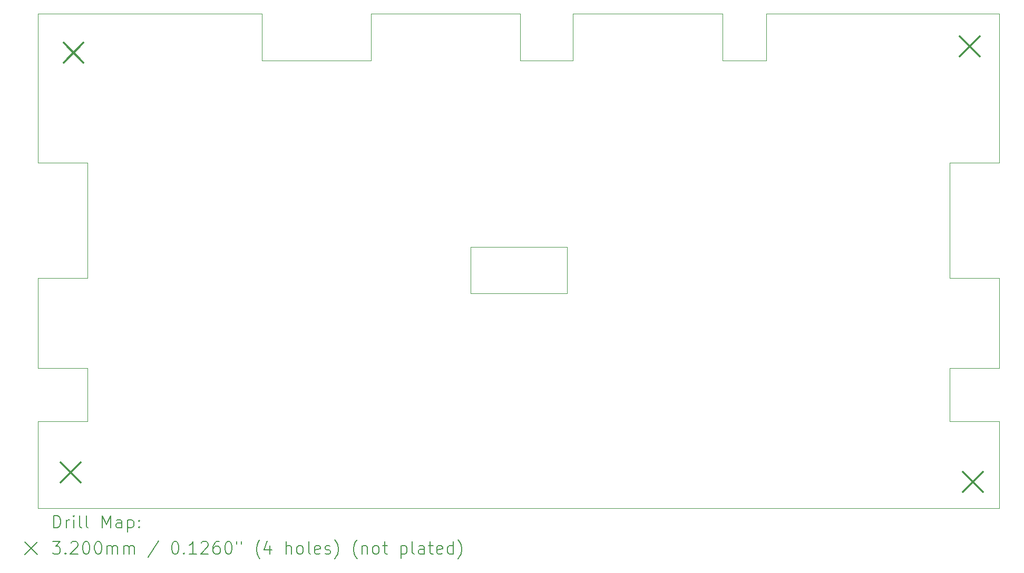
<source format=gbr>
%TF.GenerationSoftware,KiCad,Pcbnew,7.0.5*%
%TF.CreationDate,2023-07-18T15:35:39-04:00*%
%TF.ProjectId,PCBPT_Main_control_V1,50434250-545f-44d6-9169-6e5f636f6e74,rev?*%
%TF.SameCoordinates,Original*%
%TF.FileFunction,Drillmap*%
%TF.FilePolarity,Positive*%
%FSLAX45Y45*%
G04 Gerber Fmt 4.5, Leading zero omitted, Abs format (unit mm)*
G04 Created by KiCad (PCBNEW 7.0.5) date 2023-07-18 15:35:39*
%MOMM*%
%LPD*%
G01*
G04 APERTURE LIST*
%ADD10C,0.100000*%
%ADD11C,0.200000*%
%ADD12C,0.320000*%
G04 APERTURE END LIST*
D10*
X18700000Y-4600000D02*
X18000000Y-4600000D01*
X21650000Y-9550000D02*
X22450000Y-9550000D01*
X12350000Y-4600000D02*
X12350000Y-3850000D01*
X22450000Y-9550000D02*
X22450000Y-8100000D01*
X7800000Y-8100000D02*
X7800000Y-6250000D01*
X18000000Y-3850000D02*
X15600000Y-3850000D01*
X18000000Y-4600000D02*
X18000000Y-3850000D01*
X22450000Y-3850000D02*
X22450000Y-6250000D01*
X14750000Y-4600000D02*
X15600000Y-4600000D01*
X7800000Y-6250000D02*
X7000000Y-6250000D01*
X21650000Y-8100000D02*
X21650000Y-6250000D01*
X22450000Y-6250000D02*
X21650000Y-6250000D01*
X7000000Y-3850000D02*
X10600000Y-3850000D01*
X7000000Y-10400000D02*
X7800000Y-10400000D01*
X7000000Y-11800000D02*
X7000000Y-10400000D01*
X22450000Y-8100000D02*
X21650000Y-8100000D01*
X7000000Y-9550000D02*
X7000000Y-8100000D01*
X22450000Y-11800000D02*
X7000000Y-11800000D01*
X7000000Y-8100000D02*
X7800000Y-8100000D01*
X18700000Y-3850000D02*
X18700000Y-4600000D01*
X10600000Y-4600000D02*
X10600000Y-3850000D01*
X15600000Y-4600000D02*
X15600000Y-3850000D01*
X18700000Y-3850000D02*
X22450000Y-3850000D01*
X10600000Y-4600000D02*
X12350000Y-4600000D01*
X7800000Y-9550000D02*
X7000000Y-9550000D01*
X22450000Y-10400000D02*
X22450000Y-11800000D01*
X7800000Y-10400000D02*
X7800000Y-9550000D01*
X7000000Y-6250000D02*
X7000000Y-3850000D01*
X12350000Y-3850000D02*
X14750000Y-3850000D01*
X22450000Y-10400000D02*
X21650000Y-10400000D01*
X14750000Y-3850000D02*
X14750000Y-4600000D01*
X13950000Y-7600000D02*
X15500000Y-7600000D01*
X15500000Y-8350000D01*
X13950000Y-8350000D01*
X13950000Y-7600000D01*
X21650000Y-10400000D02*
X21650000Y-9550000D01*
D11*
D12*
X7365000Y-11065000D02*
X7685000Y-11385000D01*
X7685000Y-11065000D02*
X7365000Y-11385000D01*
X7415000Y-4315000D02*
X7735000Y-4635000D01*
X7735000Y-4315000D02*
X7415000Y-4635000D01*
X21815000Y-4215000D02*
X22135000Y-4535000D01*
X22135000Y-4215000D02*
X21815000Y-4535000D01*
X21865000Y-11215000D02*
X22185000Y-11535000D01*
X22185000Y-11215000D02*
X21865000Y-11535000D01*
D11*
X7255777Y-12116484D02*
X7255777Y-11916484D01*
X7255777Y-11916484D02*
X7303396Y-11916484D01*
X7303396Y-11916484D02*
X7331967Y-11926008D01*
X7331967Y-11926008D02*
X7351015Y-11945055D01*
X7351015Y-11945055D02*
X7360539Y-11964103D01*
X7360539Y-11964103D02*
X7370062Y-12002198D01*
X7370062Y-12002198D02*
X7370062Y-12030769D01*
X7370062Y-12030769D02*
X7360539Y-12068865D01*
X7360539Y-12068865D02*
X7351015Y-12087912D01*
X7351015Y-12087912D02*
X7331967Y-12106960D01*
X7331967Y-12106960D02*
X7303396Y-12116484D01*
X7303396Y-12116484D02*
X7255777Y-12116484D01*
X7455777Y-12116484D02*
X7455777Y-11983150D01*
X7455777Y-12021246D02*
X7465301Y-12002198D01*
X7465301Y-12002198D02*
X7474824Y-11992674D01*
X7474824Y-11992674D02*
X7493872Y-11983150D01*
X7493872Y-11983150D02*
X7512920Y-11983150D01*
X7579586Y-12116484D02*
X7579586Y-11983150D01*
X7579586Y-11916484D02*
X7570062Y-11926008D01*
X7570062Y-11926008D02*
X7579586Y-11935531D01*
X7579586Y-11935531D02*
X7589110Y-11926008D01*
X7589110Y-11926008D02*
X7579586Y-11916484D01*
X7579586Y-11916484D02*
X7579586Y-11935531D01*
X7703396Y-12116484D02*
X7684348Y-12106960D01*
X7684348Y-12106960D02*
X7674824Y-12087912D01*
X7674824Y-12087912D02*
X7674824Y-11916484D01*
X7808158Y-12116484D02*
X7789110Y-12106960D01*
X7789110Y-12106960D02*
X7779586Y-12087912D01*
X7779586Y-12087912D02*
X7779586Y-11916484D01*
X8036729Y-12116484D02*
X8036729Y-11916484D01*
X8036729Y-11916484D02*
X8103396Y-12059341D01*
X8103396Y-12059341D02*
X8170062Y-11916484D01*
X8170062Y-11916484D02*
X8170062Y-12116484D01*
X8351015Y-12116484D02*
X8351015Y-12011722D01*
X8351015Y-12011722D02*
X8341491Y-11992674D01*
X8341491Y-11992674D02*
X8322443Y-11983150D01*
X8322443Y-11983150D02*
X8284348Y-11983150D01*
X8284348Y-11983150D02*
X8265301Y-11992674D01*
X8351015Y-12106960D02*
X8331967Y-12116484D01*
X8331967Y-12116484D02*
X8284348Y-12116484D01*
X8284348Y-12116484D02*
X8265301Y-12106960D01*
X8265301Y-12106960D02*
X8255777Y-12087912D01*
X8255777Y-12087912D02*
X8255777Y-12068865D01*
X8255777Y-12068865D02*
X8265301Y-12049817D01*
X8265301Y-12049817D02*
X8284348Y-12040293D01*
X8284348Y-12040293D02*
X8331967Y-12040293D01*
X8331967Y-12040293D02*
X8351015Y-12030769D01*
X8446253Y-11983150D02*
X8446253Y-12183150D01*
X8446253Y-11992674D02*
X8465301Y-11983150D01*
X8465301Y-11983150D02*
X8503396Y-11983150D01*
X8503396Y-11983150D02*
X8522444Y-11992674D01*
X8522444Y-11992674D02*
X8531967Y-12002198D01*
X8531967Y-12002198D02*
X8541491Y-12021246D01*
X8541491Y-12021246D02*
X8541491Y-12078388D01*
X8541491Y-12078388D02*
X8531967Y-12097436D01*
X8531967Y-12097436D02*
X8522444Y-12106960D01*
X8522444Y-12106960D02*
X8503396Y-12116484D01*
X8503396Y-12116484D02*
X8465301Y-12116484D01*
X8465301Y-12116484D02*
X8446253Y-12106960D01*
X8627205Y-12097436D02*
X8636729Y-12106960D01*
X8636729Y-12106960D02*
X8627205Y-12116484D01*
X8627205Y-12116484D02*
X8617682Y-12106960D01*
X8617682Y-12106960D02*
X8627205Y-12097436D01*
X8627205Y-12097436D02*
X8627205Y-12116484D01*
X8627205Y-11992674D02*
X8636729Y-12002198D01*
X8636729Y-12002198D02*
X8627205Y-12011722D01*
X8627205Y-12011722D02*
X8617682Y-12002198D01*
X8617682Y-12002198D02*
X8627205Y-11992674D01*
X8627205Y-11992674D02*
X8627205Y-12011722D01*
X6795000Y-12345000D02*
X6995000Y-12545000D01*
X6995000Y-12345000D02*
X6795000Y-12545000D01*
X7236729Y-12336484D02*
X7360539Y-12336484D01*
X7360539Y-12336484D02*
X7293872Y-12412674D01*
X7293872Y-12412674D02*
X7322443Y-12412674D01*
X7322443Y-12412674D02*
X7341491Y-12422198D01*
X7341491Y-12422198D02*
X7351015Y-12431722D01*
X7351015Y-12431722D02*
X7360539Y-12450769D01*
X7360539Y-12450769D02*
X7360539Y-12498388D01*
X7360539Y-12498388D02*
X7351015Y-12517436D01*
X7351015Y-12517436D02*
X7341491Y-12526960D01*
X7341491Y-12526960D02*
X7322443Y-12536484D01*
X7322443Y-12536484D02*
X7265301Y-12536484D01*
X7265301Y-12536484D02*
X7246253Y-12526960D01*
X7246253Y-12526960D02*
X7236729Y-12517436D01*
X7446253Y-12517436D02*
X7455777Y-12526960D01*
X7455777Y-12526960D02*
X7446253Y-12536484D01*
X7446253Y-12536484D02*
X7436729Y-12526960D01*
X7436729Y-12526960D02*
X7446253Y-12517436D01*
X7446253Y-12517436D02*
X7446253Y-12536484D01*
X7531967Y-12355531D02*
X7541491Y-12346008D01*
X7541491Y-12346008D02*
X7560539Y-12336484D01*
X7560539Y-12336484D02*
X7608158Y-12336484D01*
X7608158Y-12336484D02*
X7627205Y-12346008D01*
X7627205Y-12346008D02*
X7636729Y-12355531D01*
X7636729Y-12355531D02*
X7646253Y-12374579D01*
X7646253Y-12374579D02*
X7646253Y-12393627D01*
X7646253Y-12393627D02*
X7636729Y-12422198D01*
X7636729Y-12422198D02*
X7522443Y-12536484D01*
X7522443Y-12536484D02*
X7646253Y-12536484D01*
X7770062Y-12336484D02*
X7789110Y-12336484D01*
X7789110Y-12336484D02*
X7808158Y-12346008D01*
X7808158Y-12346008D02*
X7817682Y-12355531D01*
X7817682Y-12355531D02*
X7827205Y-12374579D01*
X7827205Y-12374579D02*
X7836729Y-12412674D01*
X7836729Y-12412674D02*
X7836729Y-12460293D01*
X7836729Y-12460293D02*
X7827205Y-12498388D01*
X7827205Y-12498388D02*
X7817682Y-12517436D01*
X7817682Y-12517436D02*
X7808158Y-12526960D01*
X7808158Y-12526960D02*
X7789110Y-12536484D01*
X7789110Y-12536484D02*
X7770062Y-12536484D01*
X7770062Y-12536484D02*
X7751015Y-12526960D01*
X7751015Y-12526960D02*
X7741491Y-12517436D01*
X7741491Y-12517436D02*
X7731967Y-12498388D01*
X7731967Y-12498388D02*
X7722443Y-12460293D01*
X7722443Y-12460293D02*
X7722443Y-12412674D01*
X7722443Y-12412674D02*
X7731967Y-12374579D01*
X7731967Y-12374579D02*
X7741491Y-12355531D01*
X7741491Y-12355531D02*
X7751015Y-12346008D01*
X7751015Y-12346008D02*
X7770062Y-12336484D01*
X7960539Y-12336484D02*
X7979586Y-12336484D01*
X7979586Y-12336484D02*
X7998634Y-12346008D01*
X7998634Y-12346008D02*
X8008158Y-12355531D01*
X8008158Y-12355531D02*
X8017682Y-12374579D01*
X8017682Y-12374579D02*
X8027205Y-12412674D01*
X8027205Y-12412674D02*
X8027205Y-12460293D01*
X8027205Y-12460293D02*
X8017682Y-12498388D01*
X8017682Y-12498388D02*
X8008158Y-12517436D01*
X8008158Y-12517436D02*
X7998634Y-12526960D01*
X7998634Y-12526960D02*
X7979586Y-12536484D01*
X7979586Y-12536484D02*
X7960539Y-12536484D01*
X7960539Y-12536484D02*
X7941491Y-12526960D01*
X7941491Y-12526960D02*
X7931967Y-12517436D01*
X7931967Y-12517436D02*
X7922443Y-12498388D01*
X7922443Y-12498388D02*
X7912920Y-12460293D01*
X7912920Y-12460293D02*
X7912920Y-12412674D01*
X7912920Y-12412674D02*
X7922443Y-12374579D01*
X7922443Y-12374579D02*
X7931967Y-12355531D01*
X7931967Y-12355531D02*
X7941491Y-12346008D01*
X7941491Y-12346008D02*
X7960539Y-12336484D01*
X8112920Y-12536484D02*
X8112920Y-12403150D01*
X8112920Y-12422198D02*
X8122443Y-12412674D01*
X8122443Y-12412674D02*
X8141491Y-12403150D01*
X8141491Y-12403150D02*
X8170063Y-12403150D01*
X8170063Y-12403150D02*
X8189110Y-12412674D01*
X8189110Y-12412674D02*
X8198634Y-12431722D01*
X8198634Y-12431722D02*
X8198634Y-12536484D01*
X8198634Y-12431722D02*
X8208158Y-12412674D01*
X8208158Y-12412674D02*
X8227205Y-12403150D01*
X8227205Y-12403150D02*
X8255777Y-12403150D01*
X8255777Y-12403150D02*
X8274824Y-12412674D01*
X8274824Y-12412674D02*
X8284348Y-12431722D01*
X8284348Y-12431722D02*
X8284348Y-12536484D01*
X8379586Y-12536484D02*
X8379586Y-12403150D01*
X8379586Y-12422198D02*
X8389110Y-12412674D01*
X8389110Y-12412674D02*
X8408158Y-12403150D01*
X8408158Y-12403150D02*
X8436729Y-12403150D01*
X8436729Y-12403150D02*
X8455777Y-12412674D01*
X8455777Y-12412674D02*
X8465301Y-12431722D01*
X8465301Y-12431722D02*
X8465301Y-12536484D01*
X8465301Y-12431722D02*
X8474825Y-12412674D01*
X8474825Y-12412674D02*
X8493872Y-12403150D01*
X8493872Y-12403150D02*
X8522444Y-12403150D01*
X8522444Y-12403150D02*
X8541491Y-12412674D01*
X8541491Y-12412674D02*
X8551015Y-12431722D01*
X8551015Y-12431722D02*
X8551015Y-12536484D01*
X8941491Y-12326960D02*
X8770063Y-12584103D01*
X9198634Y-12336484D02*
X9217682Y-12336484D01*
X9217682Y-12336484D02*
X9236729Y-12346008D01*
X9236729Y-12346008D02*
X9246253Y-12355531D01*
X9246253Y-12355531D02*
X9255777Y-12374579D01*
X9255777Y-12374579D02*
X9265301Y-12412674D01*
X9265301Y-12412674D02*
X9265301Y-12460293D01*
X9265301Y-12460293D02*
X9255777Y-12498388D01*
X9255777Y-12498388D02*
X9246253Y-12517436D01*
X9246253Y-12517436D02*
X9236729Y-12526960D01*
X9236729Y-12526960D02*
X9217682Y-12536484D01*
X9217682Y-12536484D02*
X9198634Y-12536484D01*
X9198634Y-12536484D02*
X9179587Y-12526960D01*
X9179587Y-12526960D02*
X9170063Y-12517436D01*
X9170063Y-12517436D02*
X9160539Y-12498388D01*
X9160539Y-12498388D02*
X9151015Y-12460293D01*
X9151015Y-12460293D02*
X9151015Y-12412674D01*
X9151015Y-12412674D02*
X9160539Y-12374579D01*
X9160539Y-12374579D02*
X9170063Y-12355531D01*
X9170063Y-12355531D02*
X9179587Y-12346008D01*
X9179587Y-12346008D02*
X9198634Y-12336484D01*
X9351015Y-12517436D02*
X9360539Y-12526960D01*
X9360539Y-12526960D02*
X9351015Y-12536484D01*
X9351015Y-12536484D02*
X9341491Y-12526960D01*
X9341491Y-12526960D02*
X9351015Y-12517436D01*
X9351015Y-12517436D02*
X9351015Y-12536484D01*
X9551015Y-12536484D02*
X9436729Y-12536484D01*
X9493872Y-12536484D02*
X9493872Y-12336484D01*
X9493872Y-12336484D02*
X9474825Y-12365055D01*
X9474825Y-12365055D02*
X9455777Y-12384103D01*
X9455777Y-12384103D02*
X9436729Y-12393627D01*
X9627206Y-12355531D02*
X9636729Y-12346008D01*
X9636729Y-12346008D02*
X9655777Y-12336484D01*
X9655777Y-12336484D02*
X9703396Y-12336484D01*
X9703396Y-12336484D02*
X9722444Y-12346008D01*
X9722444Y-12346008D02*
X9731968Y-12355531D01*
X9731968Y-12355531D02*
X9741491Y-12374579D01*
X9741491Y-12374579D02*
X9741491Y-12393627D01*
X9741491Y-12393627D02*
X9731968Y-12422198D01*
X9731968Y-12422198D02*
X9617682Y-12536484D01*
X9617682Y-12536484D02*
X9741491Y-12536484D01*
X9912920Y-12336484D02*
X9874825Y-12336484D01*
X9874825Y-12336484D02*
X9855777Y-12346008D01*
X9855777Y-12346008D02*
X9846253Y-12355531D01*
X9846253Y-12355531D02*
X9827206Y-12384103D01*
X9827206Y-12384103D02*
X9817682Y-12422198D01*
X9817682Y-12422198D02*
X9817682Y-12498388D01*
X9817682Y-12498388D02*
X9827206Y-12517436D01*
X9827206Y-12517436D02*
X9836729Y-12526960D01*
X9836729Y-12526960D02*
X9855777Y-12536484D01*
X9855777Y-12536484D02*
X9893872Y-12536484D01*
X9893872Y-12536484D02*
X9912920Y-12526960D01*
X9912920Y-12526960D02*
X9922444Y-12517436D01*
X9922444Y-12517436D02*
X9931968Y-12498388D01*
X9931968Y-12498388D02*
X9931968Y-12450769D01*
X9931968Y-12450769D02*
X9922444Y-12431722D01*
X9922444Y-12431722D02*
X9912920Y-12422198D01*
X9912920Y-12422198D02*
X9893872Y-12412674D01*
X9893872Y-12412674D02*
X9855777Y-12412674D01*
X9855777Y-12412674D02*
X9836729Y-12422198D01*
X9836729Y-12422198D02*
X9827206Y-12431722D01*
X9827206Y-12431722D02*
X9817682Y-12450769D01*
X10055777Y-12336484D02*
X10074825Y-12336484D01*
X10074825Y-12336484D02*
X10093872Y-12346008D01*
X10093872Y-12346008D02*
X10103396Y-12355531D01*
X10103396Y-12355531D02*
X10112920Y-12374579D01*
X10112920Y-12374579D02*
X10122444Y-12412674D01*
X10122444Y-12412674D02*
X10122444Y-12460293D01*
X10122444Y-12460293D02*
X10112920Y-12498388D01*
X10112920Y-12498388D02*
X10103396Y-12517436D01*
X10103396Y-12517436D02*
X10093872Y-12526960D01*
X10093872Y-12526960D02*
X10074825Y-12536484D01*
X10074825Y-12536484D02*
X10055777Y-12536484D01*
X10055777Y-12536484D02*
X10036729Y-12526960D01*
X10036729Y-12526960D02*
X10027206Y-12517436D01*
X10027206Y-12517436D02*
X10017682Y-12498388D01*
X10017682Y-12498388D02*
X10008158Y-12460293D01*
X10008158Y-12460293D02*
X10008158Y-12412674D01*
X10008158Y-12412674D02*
X10017682Y-12374579D01*
X10017682Y-12374579D02*
X10027206Y-12355531D01*
X10027206Y-12355531D02*
X10036729Y-12346008D01*
X10036729Y-12346008D02*
X10055777Y-12336484D01*
X10198634Y-12336484D02*
X10198634Y-12374579D01*
X10274825Y-12336484D02*
X10274825Y-12374579D01*
X10570063Y-12612674D02*
X10560539Y-12603150D01*
X10560539Y-12603150D02*
X10541491Y-12574579D01*
X10541491Y-12574579D02*
X10531968Y-12555531D01*
X10531968Y-12555531D02*
X10522444Y-12526960D01*
X10522444Y-12526960D02*
X10512920Y-12479341D01*
X10512920Y-12479341D02*
X10512920Y-12441246D01*
X10512920Y-12441246D02*
X10522444Y-12393627D01*
X10522444Y-12393627D02*
X10531968Y-12365055D01*
X10531968Y-12365055D02*
X10541491Y-12346008D01*
X10541491Y-12346008D02*
X10560539Y-12317436D01*
X10560539Y-12317436D02*
X10570063Y-12307912D01*
X10731968Y-12403150D02*
X10731968Y-12536484D01*
X10684349Y-12326960D02*
X10636730Y-12469817D01*
X10636730Y-12469817D02*
X10760539Y-12469817D01*
X10989111Y-12536484D02*
X10989111Y-12336484D01*
X11074825Y-12536484D02*
X11074825Y-12431722D01*
X11074825Y-12431722D02*
X11065301Y-12412674D01*
X11065301Y-12412674D02*
X11046253Y-12403150D01*
X11046253Y-12403150D02*
X11017682Y-12403150D01*
X11017682Y-12403150D02*
X10998634Y-12412674D01*
X10998634Y-12412674D02*
X10989111Y-12422198D01*
X11198634Y-12536484D02*
X11179587Y-12526960D01*
X11179587Y-12526960D02*
X11170063Y-12517436D01*
X11170063Y-12517436D02*
X11160539Y-12498388D01*
X11160539Y-12498388D02*
X11160539Y-12441246D01*
X11160539Y-12441246D02*
X11170063Y-12422198D01*
X11170063Y-12422198D02*
X11179587Y-12412674D01*
X11179587Y-12412674D02*
X11198634Y-12403150D01*
X11198634Y-12403150D02*
X11227206Y-12403150D01*
X11227206Y-12403150D02*
X11246253Y-12412674D01*
X11246253Y-12412674D02*
X11255777Y-12422198D01*
X11255777Y-12422198D02*
X11265301Y-12441246D01*
X11265301Y-12441246D02*
X11265301Y-12498388D01*
X11265301Y-12498388D02*
X11255777Y-12517436D01*
X11255777Y-12517436D02*
X11246253Y-12526960D01*
X11246253Y-12526960D02*
X11227206Y-12536484D01*
X11227206Y-12536484D02*
X11198634Y-12536484D01*
X11379587Y-12536484D02*
X11360539Y-12526960D01*
X11360539Y-12526960D02*
X11351015Y-12507912D01*
X11351015Y-12507912D02*
X11351015Y-12336484D01*
X11531968Y-12526960D02*
X11512920Y-12536484D01*
X11512920Y-12536484D02*
X11474825Y-12536484D01*
X11474825Y-12536484D02*
X11455777Y-12526960D01*
X11455777Y-12526960D02*
X11446253Y-12507912D01*
X11446253Y-12507912D02*
X11446253Y-12431722D01*
X11446253Y-12431722D02*
X11455777Y-12412674D01*
X11455777Y-12412674D02*
X11474825Y-12403150D01*
X11474825Y-12403150D02*
X11512920Y-12403150D01*
X11512920Y-12403150D02*
X11531968Y-12412674D01*
X11531968Y-12412674D02*
X11541491Y-12431722D01*
X11541491Y-12431722D02*
X11541491Y-12450769D01*
X11541491Y-12450769D02*
X11446253Y-12469817D01*
X11617682Y-12526960D02*
X11636730Y-12536484D01*
X11636730Y-12536484D02*
X11674825Y-12536484D01*
X11674825Y-12536484D02*
X11693872Y-12526960D01*
X11693872Y-12526960D02*
X11703396Y-12507912D01*
X11703396Y-12507912D02*
X11703396Y-12498388D01*
X11703396Y-12498388D02*
X11693872Y-12479341D01*
X11693872Y-12479341D02*
X11674825Y-12469817D01*
X11674825Y-12469817D02*
X11646253Y-12469817D01*
X11646253Y-12469817D02*
X11627206Y-12460293D01*
X11627206Y-12460293D02*
X11617682Y-12441246D01*
X11617682Y-12441246D02*
X11617682Y-12431722D01*
X11617682Y-12431722D02*
X11627206Y-12412674D01*
X11627206Y-12412674D02*
X11646253Y-12403150D01*
X11646253Y-12403150D02*
X11674825Y-12403150D01*
X11674825Y-12403150D02*
X11693872Y-12412674D01*
X11770063Y-12612674D02*
X11779587Y-12603150D01*
X11779587Y-12603150D02*
X11798634Y-12574579D01*
X11798634Y-12574579D02*
X11808158Y-12555531D01*
X11808158Y-12555531D02*
X11817682Y-12526960D01*
X11817682Y-12526960D02*
X11827206Y-12479341D01*
X11827206Y-12479341D02*
X11827206Y-12441246D01*
X11827206Y-12441246D02*
X11817682Y-12393627D01*
X11817682Y-12393627D02*
X11808158Y-12365055D01*
X11808158Y-12365055D02*
X11798634Y-12346008D01*
X11798634Y-12346008D02*
X11779587Y-12317436D01*
X11779587Y-12317436D02*
X11770063Y-12307912D01*
X12131968Y-12612674D02*
X12122444Y-12603150D01*
X12122444Y-12603150D02*
X12103396Y-12574579D01*
X12103396Y-12574579D02*
X12093872Y-12555531D01*
X12093872Y-12555531D02*
X12084349Y-12526960D01*
X12084349Y-12526960D02*
X12074825Y-12479341D01*
X12074825Y-12479341D02*
X12074825Y-12441246D01*
X12074825Y-12441246D02*
X12084349Y-12393627D01*
X12084349Y-12393627D02*
X12093872Y-12365055D01*
X12093872Y-12365055D02*
X12103396Y-12346008D01*
X12103396Y-12346008D02*
X12122444Y-12317436D01*
X12122444Y-12317436D02*
X12131968Y-12307912D01*
X12208158Y-12403150D02*
X12208158Y-12536484D01*
X12208158Y-12422198D02*
X12217682Y-12412674D01*
X12217682Y-12412674D02*
X12236730Y-12403150D01*
X12236730Y-12403150D02*
X12265301Y-12403150D01*
X12265301Y-12403150D02*
X12284349Y-12412674D01*
X12284349Y-12412674D02*
X12293872Y-12431722D01*
X12293872Y-12431722D02*
X12293872Y-12536484D01*
X12417682Y-12536484D02*
X12398634Y-12526960D01*
X12398634Y-12526960D02*
X12389111Y-12517436D01*
X12389111Y-12517436D02*
X12379587Y-12498388D01*
X12379587Y-12498388D02*
X12379587Y-12441246D01*
X12379587Y-12441246D02*
X12389111Y-12422198D01*
X12389111Y-12422198D02*
X12398634Y-12412674D01*
X12398634Y-12412674D02*
X12417682Y-12403150D01*
X12417682Y-12403150D02*
X12446253Y-12403150D01*
X12446253Y-12403150D02*
X12465301Y-12412674D01*
X12465301Y-12412674D02*
X12474825Y-12422198D01*
X12474825Y-12422198D02*
X12484349Y-12441246D01*
X12484349Y-12441246D02*
X12484349Y-12498388D01*
X12484349Y-12498388D02*
X12474825Y-12517436D01*
X12474825Y-12517436D02*
X12465301Y-12526960D01*
X12465301Y-12526960D02*
X12446253Y-12536484D01*
X12446253Y-12536484D02*
X12417682Y-12536484D01*
X12541492Y-12403150D02*
X12617682Y-12403150D01*
X12570063Y-12336484D02*
X12570063Y-12507912D01*
X12570063Y-12507912D02*
X12579587Y-12526960D01*
X12579587Y-12526960D02*
X12598634Y-12536484D01*
X12598634Y-12536484D02*
X12617682Y-12536484D01*
X12836730Y-12403150D02*
X12836730Y-12603150D01*
X12836730Y-12412674D02*
X12855777Y-12403150D01*
X12855777Y-12403150D02*
X12893873Y-12403150D01*
X12893873Y-12403150D02*
X12912920Y-12412674D01*
X12912920Y-12412674D02*
X12922444Y-12422198D01*
X12922444Y-12422198D02*
X12931968Y-12441246D01*
X12931968Y-12441246D02*
X12931968Y-12498388D01*
X12931968Y-12498388D02*
X12922444Y-12517436D01*
X12922444Y-12517436D02*
X12912920Y-12526960D01*
X12912920Y-12526960D02*
X12893873Y-12536484D01*
X12893873Y-12536484D02*
X12855777Y-12536484D01*
X12855777Y-12536484D02*
X12836730Y-12526960D01*
X13046253Y-12536484D02*
X13027206Y-12526960D01*
X13027206Y-12526960D02*
X13017682Y-12507912D01*
X13017682Y-12507912D02*
X13017682Y-12336484D01*
X13208158Y-12536484D02*
X13208158Y-12431722D01*
X13208158Y-12431722D02*
X13198634Y-12412674D01*
X13198634Y-12412674D02*
X13179587Y-12403150D01*
X13179587Y-12403150D02*
X13141492Y-12403150D01*
X13141492Y-12403150D02*
X13122444Y-12412674D01*
X13208158Y-12526960D02*
X13189111Y-12536484D01*
X13189111Y-12536484D02*
X13141492Y-12536484D01*
X13141492Y-12536484D02*
X13122444Y-12526960D01*
X13122444Y-12526960D02*
X13112920Y-12507912D01*
X13112920Y-12507912D02*
X13112920Y-12488865D01*
X13112920Y-12488865D02*
X13122444Y-12469817D01*
X13122444Y-12469817D02*
X13141492Y-12460293D01*
X13141492Y-12460293D02*
X13189111Y-12460293D01*
X13189111Y-12460293D02*
X13208158Y-12450769D01*
X13274825Y-12403150D02*
X13351015Y-12403150D01*
X13303396Y-12336484D02*
X13303396Y-12507912D01*
X13303396Y-12507912D02*
X13312920Y-12526960D01*
X13312920Y-12526960D02*
X13331968Y-12536484D01*
X13331968Y-12536484D02*
X13351015Y-12536484D01*
X13493873Y-12526960D02*
X13474825Y-12536484D01*
X13474825Y-12536484D02*
X13436730Y-12536484D01*
X13436730Y-12536484D02*
X13417682Y-12526960D01*
X13417682Y-12526960D02*
X13408158Y-12507912D01*
X13408158Y-12507912D02*
X13408158Y-12431722D01*
X13408158Y-12431722D02*
X13417682Y-12412674D01*
X13417682Y-12412674D02*
X13436730Y-12403150D01*
X13436730Y-12403150D02*
X13474825Y-12403150D01*
X13474825Y-12403150D02*
X13493873Y-12412674D01*
X13493873Y-12412674D02*
X13503396Y-12431722D01*
X13503396Y-12431722D02*
X13503396Y-12450769D01*
X13503396Y-12450769D02*
X13408158Y-12469817D01*
X13674825Y-12536484D02*
X13674825Y-12336484D01*
X13674825Y-12526960D02*
X13655777Y-12536484D01*
X13655777Y-12536484D02*
X13617682Y-12536484D01*
X13617682Y-12536484D02*
X13598634Y-12526960D01*
X13598634Y-12526960D02*
X13589111Y-12517436D01*
X13589111Y-12517436D02*
X13579587Y-12498388D01*
X13579587Y-12498388D02*
X13579587Y-12441246D01*
X13579587Y-12441246D02*
X13589111Y-12422198D01*
X13589111Y-12422198D02*
X13598634Y-12412674D01*
X13598634Y-12412674D02*
X13617682Y-12403150D01*
X13617682Y-12403150D02*
X13655777Y-12403150D01*
X13655777Y-12403150D02*
X13674825Y-12412674D01*
X13751015Y-12612674D02*
X13760539Y-12603150D01*
X13760539Y-12603150D02*
X13779587Y-12574579D01*
X13779587Y-12574579D02*
X13789111Y-12555531D01*
X13789111Y-12555531D02*
X13798634Y-12526960D01*
X13798634Y-12526960D02*
X13808158Y-12479341D01*
X13808158Y-12479341D02*
X13808158Y-12441246D01*
X13808158Y-12441246D02*
X13798634Y-12393627D01*
X13798634Y-12393627D02*
X13789111Y-12365055D01*
X13789111Y-12365055D02*
X13779587Y-12346008D01*
X13779587Y-12346008D02*
X13760539Y-12317436D01*
X13760539Y-12317436D02*
X13751015Y-12307912D01*
M02*

</source>
